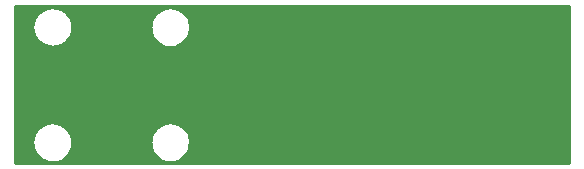
<source format=gbr>
%TF.GenerationSoftware,KiCad,Pcbnew,(2017-10-17 revision 537804b)-master*%
%TF.CreationDate,2018-04-25T20:23:43+10:00*%
%TF.ProjectId,carvey,6361727665792E6B696361645F706362,rev?*%
%TF.SameCoordinates,PX792a110PY61e5090*%
%TF.FileFunction,Copper,L1,Top,Signal*%
%TF.FilePolarity,Positive*%
%FSLAX46Y46*%
G04 Gerber Fmt 4.6, Leading zero omitted, Abs format (unit mm)*
G04 Created by KiCad (PCBNEW (2017-10-17 revision 537804b)-master) date Wednesday, 25 April 2018 'PMt' 20:23:43*
%MOMM*%
%LPD*%
G01*
G04 APERTURE LIST*
%TA.AperFunction,NonConductor*%
%ADD10C,0.254000*%
%TD*%
G04 APERTURE END LIST*
D10*
G36*
X47540000Y695000D02*
X710000Y695000D01*
X710000Y2510000D01*
X2140000Y2510000D01*
X2214723Y2134341D01*
X2214716Y2126205D01*
X2217850Y2118619D01*
X2228038Y2067402D01*
X2228144Y2064540D01*
X2229036Y2062387D01*
X2268263Y1865178D01*
X2379973Y1697993D01*
X2430613Y1575736D01*
X2444249Y1570694D01*
X2463106Y1525057D01*
X2561151Y1426841D01*
X2633525Y1318525D01*
X2740893Y1246784D01*
X2922637Y1064722D01*
X2970468Y1044861D01*
X2975736Y1030613D01*
X3175469Y956410D01*
X3180178Y953263D01*
X3188272Y951653D01*
X3251581Y928133D01*
X3523352Y815284D01*
X3555411Y815256D01*
X3585461Y804092D01*
X3879517Y814973D01*
X4173795Y814716D01*
X4203424Y826959D01*
X4235460Y828144D01*
X4724264Y1030613D01*
X4729306Y1044249D01*
X4774943Y1063106D01*
X5235278Y1522637D01*
X5255139Y1570468D01*
X5269387Y1575736D01*
X5370884Y1848936D01*
X5381737Y1865178D01*
X5385621Y1884704D01*
X5484716Y2123352D01*
X5484744Y2155411D01*
X5495908Y2185461D01*
X5487993Y2399363D01*
X5510000Y2510000D01*
X12140000Y2510000D01*
X12164942Y2384610D01*
X12164716Y2126205D01*
X12176959Y2096576D01*
X12178144Y2064540D01*
X12380613Y1575736D01*
X12394249Y1570694D01*
X12413106Y1525057D01*
X12872637Y1064722D01*
X12920468Y1044861D01*
X12925736Y1030613D01*
X13201581Y928133D01*
X13473352Y815284D01*
X13505411Y815256D01*
X13535461Y804092D01*
X13829517Y814973D01*
X14123795Y814716D01*
X14153424Y826959D01*
X14185460Y828144D01*
X14674264Y1030613D01*
X14679306Y1044249D01*
X14724943Y1063106D01*
X14908609Y1246451D01*
X15016475Y1318525D01*
X15087918Y1425447D01*
X15185278Y1522637D01*
X15205139Y1570468D01*
X15219387Y1575736D01*
X15258270Y1680396D01*
X15381737Y1865178D01*
X15431597Y2115840D01*
X15434716Y2123352D01*
X15434723Y2131558D01*
X15444912Y2182780D01*
X15445908Y2185461D01*
X15445835Y2187423D01*
X15510000Y2510000D01*
X15381737Y3154822D01*
X15016475Y3701475D01*
X14469822Y4066737D01*
X13825000Y4195000D01*
X13180178Y4066737D01*
X12633525Y3701475D01*
X12421444Y3384073D01*
X12414722Y3377363D01*
X12411048Y3368514D01*
X12381765Y3324690D01*
X12380613Y3324264D01*
X12379527Y3321340D01*
X12268263Y3154822D01*
X12218561Y2904954D01*
X12165284Y2776648D01*
X12165256Y2744589D01*
X12154092Y2714539D01*
X12158263Y2601815D01*
X12140000Y2510000D01*
X5510000Y2510000D01*
X5485163Y2634866D01*
X5485284Y2773795D01*
X5473041Y2803424D01*
X5471856Y2835460D01*
X5420692Y2958980D01*
X5381737Y3154822D01*
X5270802Y3320848D01*
X5269387Y3324264D01*
X5268235Y3324690D01*
X5240519Y3366169D01*
X5236894Y3374943D01*
X5230128Y3381721D01*
X5016475Y3701475D01*
X4469822Y4066737D01*
X3825000Y4195000D01*
X3180178Y4066737D01*
X2633525Y3701475D01*
X2268263Y3154822D01*
X2140000Y2510000D01*
X710000Y2510000D01*
X710000Y12250000D01*
X2140000Y12250000D01*
X2268263Y11605178D01*
X2633525Y11058525D01*
X3180178Y10693263D01*
X3526419Y10624391D01*
X3548352Y10615284D01*
X3572310Y10615263D01*
X3589705Y10611803D01*
X3610461Y10604092D01*
X3625646Y10604654D01*
X3825000Y10565000D01*
X4075481Y10614824D01*
X4198795Y10614716D01*
X4228424Y10626959D01*
X4260460Y10628144D01*
X4369490Y10673306D01*
X4469822Y10693263D01*
X4554879Y10750096D01*
X4749264Y10830613D01*
X4754306Y10844249D01*
X4799943Y10863106D01*
X4953656Y11016551D01*
X5016475Y11058525D01*
X5058082Y11120794D01*
X5260278Y11322637D01*
X5280139Y11370468D01*
X5294387Y11375736D01*
X5376986Y11598068D01*
X5381737Y11605178D01*
X5384168Y11617398D01*
X5396867Y11651581D01*
X5509716Y11923352D01*
X5509744Y11955411D01*
X5520908Y11985461D01*
X5511120Y12250000D01*
X12140000Y12250000D01*
X12164933Y12124653D01*
X12164716Y11876205D01*
X12176959Y11846576D01*
X12178144Y11814540D01*
X12380613Y11325736D01*
X12394249Y11320694D01*
X12413106Y11275057D01*
X12872637Y10814722D01*
X12920468Y10794861D01*
X12925736Y10780613D01*
X13201581Y10678133D01*
X13473352Y10565284D01*
X13505411Y10565256D01*
X13535461Y10554092D01*
X13829517Y10564973D01*
X14123795Y10564716D01*
X14153424Y10576959D01*
X14185460Y10578144D01*
X14457433Y10690799D01*
X14469822Y10693263D01*
X14480325Y10700281D01*
X14674264Y10780613D01*
X14679306Y10794249D01*
X14724943Y10813106D01*
X14878313Y10966208D01*
X15016475Y11058525D01*
X15107984Y11195478D01*
X15185278Y11272637D01*
X15205139Y11320468D01*
X15219387Y11325736D01*
X15249902Y11407873D01*
X15381737Y11605178D01*
X15510000Y12250000D01*
X15381737Y12894822D01*
X15016475Y13441475D01*
X14469822Y13806737D01*
X13825000Y13935000D01*
X13180178Y13806737D01*
X12633525Y13441475D01*
X12441510Y13154104D01*
X12414722Y13127363D01*
X12400079Y13092098D01*
X12390639Y13077971D01*
X12380613Y13074264D01*
X12371159Y13048817D01*
X12268263Y12894822D01*
X12222379Y12664149D01*
X12165284Y12526648D01*
X12165256Y12494589D01*
X12154092Y12464539D01*
X12158575Y12343384D01*
X12140000Y12250000D01*
X5511120Y12250000D01*
X5510027Y12279517D01*
X5510284Y12573795D01*
X5498041Y12603424D01*
X5496856Y12635460D01*
X5294387Y13124264D01*
X5280751Y13129306D01*
X5261894Y13174943D01*
X5058272Y13378921D01*
X5016475Y13441475D01*
X4954468Y13482907D01*
X4802363Y13635278D01*
X4754532Y13655139D01*
X4749264Y13669387D01*
X4582857Y13731209D01*
X4469822Y13806737D01*
X4315533Y13837427D01*
X4201648Y13884716D01*
X4169589Y13884744D01*
X4139539Y13895908D01*
X4040039Y13892226D01*
X3825000Y13935000D01*
X3574956Y13885263D01*
X3551205Y13885284D01*
X3529060Y13876134D01*
X3511670Y13872675D01*
X3489540Y13871856D01*
X3472898Y13864963D01*
X3180178Y13806737D01*
X2633525Y13441475D01*
X2268263Y12894822D01*
X2140000Y12250000D01*
X710000Y12250000D01*
X710000Y14065000D01*
X47540000Y14065000D01*
X47540000Y695000D01*
X47540000Y695000D01*
G37*
X47540000Y695000D02*
X710000Y695000D01*
X710000Y2510000D01*
X2140000Y2510000D01*
X2214723Y2134341D01*
X2214716Y2126205D01*
X2217850Y2118619D01*
X2228038Y2067402D01*
X2228144Y2064540D01*
X2229036Y2062387D01*
X2268263Y1865178D01*
X2379973Y1697993D01*
X2430613Y1575736D01*
X2444249Y1570694D01*
X2463106Y1525057D01*
X2561151Y1426841D01*
X2633525Y1318525D01*
X2740893Y1246784D01*
X2922637Y1064722D01*
X2970468Y1044861D01*
X2975736Y1030613D01*
X3175469Y956410D01*
X3180178Y953263D01*
X3188272Y951653D01*
X3251581Y928133D01*
X3523352Y815284D01*
X3555411Y815256D01*
X3585461Y804092D01*
X3879517Y814973D01*
X4173795Y814716D01*
X4203424Y826959D01*
X4235460Y828144D01*
X4724264Y1030613D01*
X4729306Y1044249D01*
X4774943Y1063106D01*
X5235278Y1522637D01*
X5255139Y1570468D01*
X5269387Y1575736D01*
X5370884Y1848936D01*
X5381737Y1865178D01*
X5385621Y1884704D01*
X5484716Y2123352D01*
X5484744Y2155411D01*
X5495908Y2185461D01*
X5487993Y2399363D01*
X5510000Y2510000D01*
X12140000Y2510000D01*
X12164942Y2384610D01*
X12164716Y2126205D01*
X12176959Y2096576D01*
X12178144Y2064540D01*
X12380613Y1575736D01*
X12394249Y1570694D01*
X12413106Y1525057D01*
X12872637Y1064722D01*
X12920468Y1044861D01*
X12925736Y1030613D01*
X13201581Y928133D01*
X13473352Y815284D01*
X13505411Y815256D01*
X13535461Y804092D01*
X13829517Y814973D01*
X14123795Y814716D01*
X14153424Y826959D01*
X14185460Y828144D01*
X14674264Y1030613D01*
X14679306Y1044249D01*
X14724943Y1063106D01*
X14908609Y1246451D01*
X15016475Y1318525D01*
X15087918Y1425447D01*
X15185278Y1522637D01*
X15205139Y1570468D01*
X15219387Y1575736D01*
X15258270Y1680396D01*
X15381737Y1865178D01*
X15431597Y2115840D01*
X15434716Y2123352D01*
X15434723Y2131558D01*
X15444912Y2182780D01*
X15445908Y2185461D01*
X15445835Y2187423D01*
X15510000Y2510000D01*
X15381737Y3154822D01*
X15016475Y3701475D01*
X14469822Y4066737D01*
X13825000Y4195000D01*
X13180178Y4066737D01*
X12633525Y3701475D01*
X12421444Y3384073D01*
X12414722Y3377363D01*
X12411048Y3368514D01*
X12381765Y3324690D01*
X12380613Y3324264D01*
X12379527Y3321340D01*
X12268263Y3154822D01*
X12218561Y2904954D01*
X12165284Y2776648D01*
X12165256Y2744589D01*
X12154092Y2714539D01*
X12158263Y2601815D01*
X12140000Y2510000D01*
X5510000Y2510000D01*
X5485163Y2634866D01*
X5485284Y2773795D01*
X5473041Y2803424D01*
X5471856Y2835460D01*
X5420692Y2958980D01*
X5381737Y3154822D01*
X5270802Y3320848D01*
X5269387Y3324264D01*
X5268235Y3324690D01*
X5240519Y3366169D01*
X5236894Y3374943D01*
X5230128Y3381721D01*
X5016475Y3701475D01*
X4469822Y4066737D01*
X3825000Y4195000D01*
X3180178Y4066737D01*
X2633525Y3701475D01*
X2268263Y3154822D01*
X2140000Y2510000D01*
X710000Y2510000D01*
X710000Y12250000D01*
X2140000Y12250000D01*
X2268263Y11605178D01*
X2633525Y11058525D01*
X3180178Y10693263D01*
X3526419Y10624391D01*
X3548352Y10615284D01*
X3572310Y10615263D01*
X3589705Y10611803D01*
X3610461Y10604092D01*
X3625646Y10604654D01*
X3825000Y10565000D01*
X4075481Y10614824D01*
X4198795Y10614716D01*
X4228424Y10626959D01*
X4260460Y10628144D01*
X4369490Y10673306D01*
X4469822Y10693263D01*
X4554879Y10750096D01*
X4749264Y10830613D01*
X4754306Y10844249D01*
X4799943Y10863106D01*
X4953656Y11016551D01*
X5016475Y11058525D01*
X5058082Y11120794D01*
X5260278Y11322637D01*
X5280139Y11370468D01*
X5294387Y11375736D01*
X5376986Y11598068D01*
X5381737Y11605178D01*
X5384168Y11617398D01*
X5396867Y11651581D01*
X5509716Y11923352D01*
X5509744Y11955411D01*
X5520908Y11985461D01*
X5511120Y12250000D01*
X12140000Y12250000D01*
X12164933Y12124653D01*
X12164716Y11876205D01*
X12176959Y11846576D01*
X12178144Y11814540D01*
X12380613Y11325736D01*
X12394249Y11320694D01*
X12413106Y11275057D01*
X12872637Y10814722D01*
X12920468Y10794861D01*
X12925736Y10780613D01*
X13201581Y10678133D01*
X13473352Y10565284D01*
X13505411Y10565256D01*
X13535461Y10554092D01*
X13829517Y10564973D01*
X14123795Y10564716D01*
X14153424Y10576959D01*
X14185460Y10578144D01*
X14457433Y10690799D01*
X14469822Y10693263D01*
X14480325Y10700281D01*
X14674264Y10780613D01*
X14679306Y10794249D01*
X14724943Y10813106D01*
X14878313Y10966208D01*
X15016475Y11058525D01*
X15107984Y11195478D01*
X15185278Y11272637D01*
X15205139Y11320468D01*
X15219387Y11325736D01*
X15249902Y11407873D01*
X15381737Y11605178D01*
X15510000Y12250000D01*
X15381737Y12894822D01*
X15016475Y13441475D01*
X14469822Y13806737D01*
X13825000Y13935000D01*
X13180178Y13806737D01*
X12633525Y13441475D01*
X12441510Y13154104D01*
X12414722Y13127363D01*
X12400079Y13092098D01*
X12390639Y13077971D01*
X12380613Y13074264D01*
X12371159Y13048817D01*
X12268263Y12894822D01*
X12222379Y12664149D01*
X12165284Y12526648D01*
X12165256Y12494589D01*
X12154092Y12464539D01*
X12158575Y12343384D01*
X12140000Y12250000D01*
X5511120Y12250000D01*
X5510027Y12279517D01*
X5510284Y12573795D01*
X5498041Y12603424D01*
X5496856Y12635460D01*
X5294387Y13124264D01*
X5280751Y13129306D01*
X5261894Y13174943D01*
X5058272Y13378921D01*
X5016475Y13441475D01*
X4954468Y13482907D01*
X4802363Y13635278D01*
X4754532Y13655139D01*
X4749264Y13669387D01*
X4582857Y13731209D01*
X4469822Y13806737D01*
X4315533Y13837427D01*
X4201648Y13884716D01*
X4169589Y13884744D01*
X4139539Y13895908D01*
X4040039Y13892226D01*
X3825000Y13935000D01*
X3574956Y13885263D01*
X3551205Y13885284D01*
X3529060Y13876134D01*
X3511670Y13872675D01*
X3489540Y13871856D01*
X3472898Y13864963D01*
X3180178Y13806737D01*
X2633525Y13441475D01*
X2268263Y12894822D01*
X2140000Y12250000D01*
X710000Y12250000D01*
X710000Y14065000D01*
X47540000Y14065000D01*
X47540000Y695000D01*
M02*

</source>
